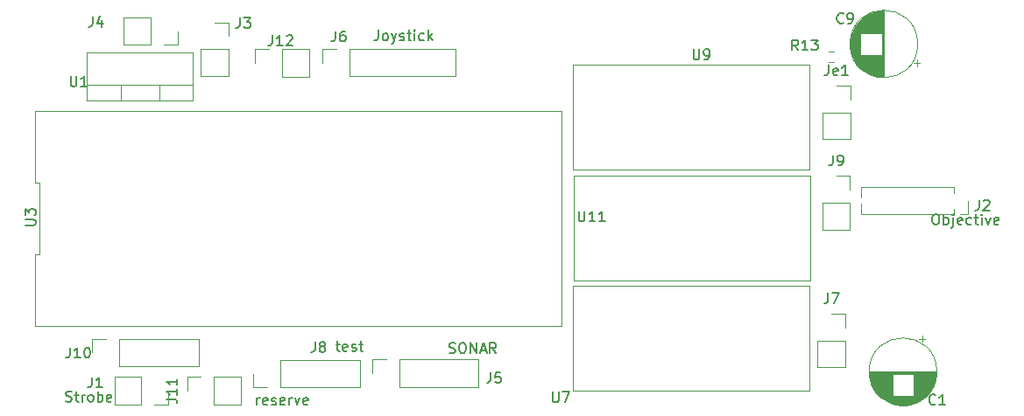
<source format=gbr>
%TF.GenerationSoftware,KiCad,Pcbnew,(6.0.2)*%
%TF.CreationDate,2023-02-11T22:38:16+03:00*%
%TF.ProjectId,Pistol_Camera_Driver,50697374-6f6c-45f4-9361-6d6572615f44,rev?*%
%TF.SameCoordinates,Original*%
%TF.FileFunction,Legend,Top*%
%TF.FilePolarity,Positive*%
%FSLAX46Y46*%
G04 Gerber Fmt 4.6, Leading zero omitted, Abs format (unit mm)*
G04 Created by KiCad (PCBNEW (6.0.2)) date 2023-02-11 22:38:16*
%MOMM*%
%LPD*%
G01*
G04 APERTURE LIST*
%ADD10C,0.150000*%
%ADD11C,0.120000*%
G04 APERTURE END LIST*
D10*
%TO.C,J11*%
X90832380Y-62109523D02*
X91546666Y-62109523D01*
X91689523Y-62157142D01*
X91784761Y-62252380D01*
X91832380Y-62395238D01*
X91832380Y-62490476D01*
X91832380Y-61109523D02*
X91832380Y-61680952D01*
X91832380Y-61395238D02*
X90832380Y-61395238D01*
X90975238Y-61490476D01*
X91070476Y-61585714D01*
X91118095Y-61680952D01*
X91832380Y-60157142D02*
X91832380Y-60728571D01*
X91832380Y-60442857D02*
X90832380Y-60442857D01*
X90975238Y-60538095D01*
X91070476Y-60633333D01*
X91118095Y-60728571D01*
X99547619Y-62652380D02*
X99547619Y-61985714D01*
X99547619Y-62176190D02*
X99595238Y-62080952D01*
X99642857Y-62033333D01*
X99738095Y-61985714D01*
X99833333Y-61985714D01*
X100547619Y-62604761D02*
X100452380Y-62652380D01*
X100261904Y-62652380D01*
X100166666Y-62604761D01*
X100119047Y-62509523D01*
X100119047Y-62128571D01*
X100166666Y-62033333D01*
X100261904Y-61985714D01*
X100452380Y-61985714D01*
X100547619Y-62033333D01*
X100595238Y-62128571D01*
X100595238Y-62223809D01*
X100119047Y-62319047D01*
X100976190Y-62604761D02*
X101071428Y-62652380D01*
X101261904Y-62652380D01*
X101357142Y-62604761D01*
X101404761Y-62509523D01*
X101404761Y-62461904D01*
X101357142Y-62366666D01*
X101261904Y-62319047D01*
X101119047Y-62319047D01*
X101023809Y-62271428D01*
X100976190Y-62176190D01*
X100976190Y-62128571D01*
X101023809Y-62033333D01*
X101119047Y-61985714D01*
X101261904Y-61985714D01*
X101357142Y-62033333D01*
X102214285Y-62604761D02*
X102119047Y-62652380D01*
X101928571Y-62652380D01*
X101833333Y-62604761D01*
X101785714Y-62509523D01*
X101785714Y-62128571D01*
X101833333Y-62033333D01*
X101928571Y-61985714D01*
X102119047Y-61985714D01*
X102214285Y-62033333D01*
X102261904Y-62128571D01*
X102261904Y-62223809D01*
X101785714Y-62319047D01*
X102690476Y-62652380D02*
X102690476Y-61985714D01*
X102690476Y-62176190D02*
X102738095Y-62080952D01*
X102785714Y-62033333D01*
X102880952Y-61985714D01*
X102976190Y-61985714D01*
X103214285Y-61985714D02*
X103452380Y-62652380D01*
X103690476Y-61985714D01*
X104452380Y-62604761D02*
X104357142Y-62652380D01*
X104166666Y-62652380D01*
X104071428Y-62604761D01*
X104023809Y-62509523D01*
X104023809Y-62128571D01*
X104071428Y-62033333D01*
X104166666Y-61985714D01*
X104357142Y-61985714D01*
X104452380Y-62033333D01*
X104500000Y-62128571D01*
X104500000Y-62223809D01*
X104023809Y-62319047D01*
%TO.C,J1*%
X83606666Y-59977380D02*
X83606666Y-60691666D01*
X83559047Y-60834523D01*
X83463809Y-60929761D01*
X83320952Y-60977380D01*
X83225714Y-60977380D01*
X84606666Y-60977380D02*
X84035238Y-60977380D01*
X84320952Y-60977380D02*
X84320952Y-59977380D01*
X84225714Y-60120238D01*
X84130476Y-60215476D01*
X84035238Y-60263095D01*
X81085714Y-62304761D02*
X81228571Y-62352380D01*
X81466666Y-62352380D01*
X81561904Y-62304761D01*
X81609523Y-62257142D01*
X81657142Y-62161904D01*
X81657142Y-62066666D01*
X81609523Y-61971428D01*
X81561904Y-61923809D01*
X81466666Y-61876190D01*
X81276190Y-61828571D01*
X81180952Y-61780952D01*
X81133333Y-61733333D01*
X81085714Y-61638095D01*
X81085714Y-61542857D01*
X81133333Y-61447619D01*
X81180952Y-61400000D01*
X81276190Y-61352380D01*
X81514285Y-61352380D01*
X81657142Y-61400000D01*
X81942857Y-61685714D02*
X82323809Y-61685714D01*
X82085714Y-61352380D02*
X82085714Y-62209523D01*
X82133333Y-62304761D01*
X82228571Y-62352380D01*
X82323809Y-62352380D01*
X82657142Y-62352380D02*
X82657142Y-61685714D01*
X82657142Y-61876190D02*
X82704761Y-61780952D01*
X82752380Y-61733333D01*
X82847619Y-61685714D01*
X82942857Y-61685714D01*
X83419047Y-62352380D02*
X83323809Y-62304761D01*
X83276190Y-62257142D01*
X83228571Y-62161904D01*
X83228571Y-61876190D01*
X83276190Y-61780952D01*
X83323809Y-61733333D01*
X83419047Y-61685714D01*
X83561904Y-61685714D01*
X83657142Y-61733333D01*
X83704761Y-61780952D01*
X83752380Y-61876190D01*
X83752380Y-62161904D01*
X83704761Y-62257142D01*
X83657142Y-62304761D01*
X83561904Y-62352380D01*
X83419047Y-62352380D01*
X84180952Y-62352380D02*
X84180952Y-61352380D01*
X84180952Y-61733333D02*
X84276190Y-61685714D01*
X84466666Y-61685714D01*
X84561904Y-61733333D01*
X84609523Y-61780952D01*
X84657142Y-61876190D01*
X84657142Y-62161904D01*
X84609523Y-62257142D01*
X84561904Y-62304761D01*
X84466666Y-62352380D01*
X84276190Y-62352380D01*
X84180952Y-62304761D01*
X85466666Y-62304761D02*
X85371428Y-62352380D01*
X85180952Y-62352380D01*
X85085714Y-62304761D01*
X85038095Y-62209523D01*
X85038095Y-61828571D01*
X85085714Y-61733333D01*
X85180952Y-61685714D01*
X85371428Y-61685714D01*
X85466666Y-61733333D01*
X85514285Y-61828571D01*
X85514285Y-61923809D01*
X85038095Y-62019047D01*
%TO.C,U11*%
X130661904Y-43902380D02*
X130661904Y-44711904D01*
X130709523Y-44807142D01*
X130757142Y-44854761D01*
X130852380Y-44902380D01*
X131042857Y-44902380D01*
X131138095Y-44854761D01*
X131185714Y-44807142D01*
X131233333Y-44711904D01*
X131233333Y-43902380D01*
X132233333Y-44902380D02*
X131661904Y-44902380D01*
X131947619Y-44902380D02*
X131947619Y-43902380D01*
X131852380Y-44045238D01*
X131757142Y-44140476D01*
X131661904Y-44188095D01*
X133185714Y-44902380D02*
X132614285Y-44902380D01*
X132900000Y-44902380D02*
X132900000Y-43902380D01*
X132804761Y-44045238D01*
X132709523Y-44140476D01*
X132614285Y-44188095D01*
%TO.C,J9*%
X155216666Y-38482380D02*
X155216666Y-39196666D01*
X155169047Y-39339523D01*
X155073809Y-39434761D01*
X154930952Y-39482380D01*
X154835714Y-39482380D01*
X155740476Y-39482380D02*
X155930952Y-39482380D01*
X156026190Y-39434761D01*
X156073809Y-39387142D01*
X156169047Y-39244285D01*
X156216666Y-39053809D01*
X156216666Y-38672857D01*
X156169047Y-38577619D01*
X156121428Y-38530000D01*
X156026190Y-38482380D01*
X155835714Y-38482380D01*
X155740476Y-38530000D01*
X155692857Y-38577619D01*
X155645238Y-38672857D01*
X155645238Y-38910952D01*
X155692857Y-39006190D01*
X155740476Y-39053809D01*
X155835714Y-39101428D01*
X156026190Y-39101428D01*
X156121428Y-39053809D01*
X156169047Y-39006190D01*
X156216666Y-38910952D01*
%TO.C,C1*%
X165133333Y-62557142D02*
X165085714Y-62604761D01*
X164942857Y-62652380D01*
X164847619Y-62652380D01*
X164704761Y-62604761D01*
X164609523Y-62509523D01*
X164561904Y-62414285D01*
X164514285Y-62223809D01*
X164514285Y-62080952D01*
X164561904Y-61890476D01*
X164609523Y-61795238D01*
X164704761Y-61700000D01*
X164847619Y-61652380D01*
X164942857Y-61652380D01*
X165085714Y-61700000D01*
X165133333Y-61747619D01*
X166085714Y-62652380D02*
X165514285Y-62652380D01*
X165800000Y-62652380D02*
X165800000Y-61652380D01*
X165704761Y-61795238D01*
X165609523Y-61890476D01*
X165514285Y-61938095D01*
%TO.C,C9*%
X156233333Y-25607142D02*
X156185714Y-25654761D01*
X156042857Y-25702380D01*
X155947619Y-25702380D01*
X155804761Y-25654761D01*
X155709523Y-25559523D01*
X155661904Y-25464285D01*
X155614285Y-25273809D01*
X155614285Y-25130952D01*
X155661904Y-24940476D01*
X155709523Y-24845238D01*
X155804761Y-24750000D01*
X155947619Y-24702380D01*
X156042857Y-24702380D01*
X156185714Y-24750000D01*
X156233333Y-24797619D01*
X156709523Y-25702380D02*
X156900000Y-25702380D01*
X156995238Y-25654761D01*
X157042857Y-25607142D01*
X157138095Y-25464285D01*
X157185714Y-25273809D01*
X157185714Y-24892857D01*
X157138095Y-24797619D01*
X157090476Y-24750000D01*
X156995238Y-24702380D01*
X156804761Y-24702380D01*
X156709523Y-24750000D01*
X156661904Y-24797619D01*
X156614285Y-24892857D01*
X156614285Y-25130952D01*
X156661904Y-25226190D01*
X156709523Y-25273809D01*
X156804761Y-25321428D01*
X156995238Y-25321428D01*
X157090476Y-25273809D01*
X157138095Y-25226190D01*
X157185714Y-25130952D01*
%TO.C,J3*%
X97916666Y-25152380D02*
X97916666Y-25866666D01*
X97869047Y-26009523D01*
X97773809Y-26104761D01*
X97630952Y-26152380D01*
X97535714Y-26152380D01*
X98297619Y-25152380D02*
X98916666Y-25152380D01*
X98583333Y-25533333D01*
X98726190Y-25533333D01*
X98821428Y-25580952D01*
X98869047Y-25628571D01*
X98916666Y-25723809D01*
X98916666Y-25961904D01*
X98869047Y-26057142D01*
X98821428Y-26104761D01*
X98726190Y-26152380D01*
X98440476Y-26152380D01*
X98345238Y-26104761D01*
X98297619Y-26057142D01*
%TO.C,J7*%
X154741666Y-51832380D02*
X154741666Y-52546666D01*
X154694047Y-52689523D01*
X154598809Y-52784761D01*
X154455952Y-52832380D01*
X154360714Y-52832380D01*
X155122619Y-51832380D02*
X155789285Y-51832380D01*
X155360714Y-52832380D01*
%TO.C,U1*%
X81538095Y-30802380D02*
X81538095Y-31611904D01*
X81585714Y-31707142D01*
X81633333Y-31754761D01*
X81728571Y-31802380D01*
X81919047Y-31802380D01*
X82014285Y-31754761D01*
X82061904Y-31707142D01*
X82109523Y-31611904D01*
X82109523Y-30802380D01*
X83109523Y-31802380D02*
X82538095Y-31802380D01*
X82823809Y-31802380D02*
X82823809Y-30802380D01*
X82728571Y-30945238D01*
X82633333Y-31040476D01*
X82538095Y-31088095D01*
%TO.C,U3*%
X77152380Y-45261904D02*
X77961904Y-45261904D01*
X78057142Y-45214285D01*
X78104761Y-45166666D01*
X78152380Y-45071428D01*
X78152380Y-44880952D01*
X78104761Y-44785714D01*
X78057142Y-44738095D01*
X77961904Y-44690476D01*
X77152380Y-44690476D01*
X77152380Y-44309523D02*
X77152380Y-43690476D01*
X77533333Y-44023809D01*
X77533333Y-43880952D01*
X77580952Y-43785714D01*
X77628571Y-43738095D01*
X77723809Y-43690476D01*
X77961904Y-43690476D01*
X78057142Y-43738095D01*
X78104761Y-43785714D01*
X78152380Y-43880952D01*
X78152380Y-44166666D01*
X78104761Y-44261904D01*
X78057142Y-44309523D01*
%TO.C,J4*%
X83666666Y-25052380D02*
X83666666Y-25766666D01*
X83619047Y-25909523D01*
X83523809Y-26004761D01*
X83380952Y-26052380D01*
X83285714Y-26052380D01*
X84571428Y-25385714D02*
X84571428Y-26052380D01*
X84333333Y-25004761D02*
X84095238Y-25719047D01*
X84714285Y-25719047D01*
%TO.C,J5*%
X122136666Y-59527380D02*
X122136666Y-60241666D01*
X122089047Y-60384523D01*
X121993809Y-60479761D01*
X121850952Y-60527380D01*
X121755714Y-60527380D01*
X123089047Y-59527380D02*
X122612857Y-59527380D01*
X122565238Y-60003571D01*
X122612857Y-59955952D01*
X122708095Y-59908333D01*
X122946190Y-59908333D01*
X123041428Y-59955952D01*
X123089047Y-60003571D01*
X123136666Y-60098809D01*
X123136666Y-60336904D01*
X123089047Y-60432142D01*
X123041428Y-60479761D01*
X122946190Y-60527380D01*
X122708095Y-60527380D01*
X122612857Y-60479761D01*
X122565238Y-60432142D01*
X118138095Y-57604761D02*
X118280952Y-57652380D01*
X118519047Y-57652380D01*
X118614285Y-57604761D01*
X118661904Y-57557142D01*
X118709523Y-57461904D01*
X118709523Y-57366666D01*
X118661904Y-57271428D01*
X118614285Y-57223809D01*
X118519047Y-57176190D01*
X118328571Y-57128571D01*
X118233333Y-57080952D01*
X118185714Y-57033333D01*
X118138095Y-56938095D01*
X118138095Y-56842857D01*
X118185714Y-56747619D01*
X118233333Y-56700000D01*
X118328571Y-56652380D01*
X118566666Y-56652380D01*
X118709523Y-56700000D01*
X119328571Y-56652380D02*
X119519047Y-56652380D01*
X119614285Y-56700000D01*
X119709523Y-56795238D01*
X119757142Y-56985714D01*
X119757142Y-57319047D01*
X119709523Y-57509523D01*
X119614285Y-57604761D01*
X119519047Y-57652380D01*
X119328571Y-57652380D01*
X119233333Y-57604761D01*
X119138095Y-57509523D01*
X119090476Y-57319047D01*
X119090476Y-56985714D01*
X119138095Y-56795238D01*
X119233333Y-56700000D01*
X119328571Y-56652380D01*
X120185714Y-57652380D02*
X120185714Y-56652380D01*
X120757142Y-57652380D01*
X120757142Y-56652380D01*
X121185714Y-57366666D02*
X121661904Y-57366666D01*
X121090476Y-57652380D02*
X121423809Y-56652380D01*
X121757142Y-57652380D01*
X122661904Y-57652380D02*
X122328571Y-57176190D01*
X122090476Y-57652380D02*
X122090476Y-56652380D01*
X122471428Y-56652380D01*
X122566666Y-56700000D01*
X122614285Y-56747619D01*
X122661904Y-56842857D01*
X122661904Y-56985714D01*
X122614285Y-57080952D01*
X122566666Y-57128571D01*
X122471428Y-57176190D01*
X122090476Y-57176190D01*
%TO.C,Je1*%
X154813095Y-29732380D02*
X154813095Y-30446666D01*
X154765476Y-30589523D01*
X154670238Y-30684761D01*
X154527380Y-30732380D01*
X154432142Y-30732380D01*
X155670238Y-30684761D02*
X155575000Y-30732380D01*
X155384523Y-30732380D01*
X155289285Y-30684761D01*
X155241666Y-30589523D01*
X155241666Y-30208571D01*
X155289285Y-30113333D01*
X155384523Y-30065714D01*
X155575000Y-30065714D01*
X155670238Y-30113333D01*
X155717857Y-30208571D01*
X155717857Y-30303809D01*
X155241666Y-30399047D01*
X156670238Y-30732380D02*
X156098809Y-30732380D01*
X156384523Y-30732380D02*
X156384523Y-29732380D01*
X156289285Y-29875238D01*
X156194047Y-29970476D01*
X156098809Y-30018095D01*
%TO.C,U9*%
X141738095Y-28202380D02*
X141738095Y-29011904D01*
X141785714Y-29107142D01*
X141833333Y-29154761D01*
X141928571Y-29202380D01*
X142119047Y-29202380D01*
X142214285Y-29154761D01*
X142261904Y-29107142D01*
X142309523Y-29011904D01*
X142309523Y-28202380D01*
X142833333Y-29202380D02*
X143023809Y-29202380D01*
X143119047Y-29154761D01*
X143166666Y-29107142D01*
X143261904Y-28964285D01*
X143309523Y-28773809D01*
X143309523Y-28392857D01*
X143261904Y-28297619D01*
X143214285Y-28250000D01*
X143119047Y-28202380D01*
X142928571Y-28202380D01*
X142833333Y-28250000D01*
X142785714Y-28297619D01*
X142738095Y-28392857D01*
X142738095Y-28630952D01*
X142785714Y-28726190D01*
X142833333Y-28773809D01*
X142928571Y-28821428D01*
X143119047Y-28821428D01*
X143214285Y-28773809D01*
X143261904Y-28726190D01*
X143309523Y-28630952D01*
%TO.C,U7*%
X128138095Y-61402380D02*
X128138095Y-62211904D01*
X128185714Y-62307142D01*
X128233333Y-62354761D01*
X128328571Y-62402380D01*
X128519047Y-62402380D01*
X128614285Y-62354761D01*
X128661904Y-62307142D01*
X128709523Y-62211904D01*
X128709523Y-61402380D01*
X129090476Y-61402380D02*
X129757142Y-61402380D01*
X129328571Y-62402380D01*
%TO.C,R13*%
X151857142Y-28302380D02*
X151523809Y-27826190D01*
X151285714Y-28302380D02*
X151285714Y-27302380D01*
X151666666Y-27302380D01*
X151761904Y-27350000D01*
X151809523Y-27397619D01*
X151857142Y-27492857D01*
X151857142Y-27635714D01*
X151809523Y-27730952D01*
X151761904Y-27778571D01*
X151666666Y-27826190D01*
X151285714Y-27826190D01*
X152809523Y-28302380D02*
X152238095Y-28302380D01*
X152523809Y-28302380D02*
X152523809Y-27302380D01*
X152428571Y-27445238D01*
X152333333Y-27540476D01*
X152238095Y-27588095D01*
X153142857Y-27302380D02*
X153761904Y-27302380D01*
X153428571Y-27683333D01*
X153571428Y-27683333D01*
X153666666Y-27730952D01*
X153714285Y-27778571D01*
X153761904Y-27873809D01*
X153761904Y-28111904D01*
X153714285Y-28207142D01*
X153666666Y-28254761D01*
X153571428Y-28302380D01*
X153285714Y-28302380D01*
X153190476Y-28254761D01*
X153142857Y-28207142D01*
%TO.C,J12*%
X101040476Y-26852380D02*
X101040476Y-27566666D01*
X100992857Y-27709523D01*
X100897619Y-27804761D01*
X100754761Y-27852380D01*
X100659523Y-27852380D01*
X102040476Y-27852380D02*
X101469047Y-27852380D01*
X101754761Y-27852380D02*
X101754761Y-26852380D01*
X101659523Y-26995238D01*
X101564285Y-27090476D01*
X101469047Y-27138095D01*
X102421428Y-26947619D02*
X102469047Y-26900000D01*
X102564285Y-26852380D01*
X102802380Y-26852380D01*
X102897619Y-26900000D01*
X102945238Y-26947619D01*
X102992857Y-27042857D01*
X102992857Y-27138095D01*
X102945238Y-27280952D01*
X102373809Y-27852380D01*
X102992857Y-27852380D01*
%TO.C,J8*%
X105166666Y-56552380D02*
X105166666Y-57266666D01*
X105119047Y-57409523D01*
X105023809Y-57504761D01*
X104880952Y-57552380D01*
X104785714Y-57552380D01*
X105785714Y-56980952D02*
X105690476Y-56933333D01*
X105642857Y-56885714D01*
X105595238Y-56790476D01*
X105595238Y-56742857D01*
X105642857Y-56647619D01*
X105690476Y-56600000D01*
X105785714Y-56552380D01*
X105976190Y-56552380D01*
X106071428Y-56600000D01*
X106119047Y-56647619D01*
X106166666Y-56742857D01*
X106166666Y-56790476D01*
X106119047Y-56885714D01*
X106071428Y-56933333D01*
X105976190Y-56980952D01*
X105785714Y-56980952D01*
X105690476Y-57028571D01*
X105642857Y-57076190D01*
X105595238Y-57171428D01*
X105595238Y-57361904D01*
X105642857Y-57457142D01*
X105690476Y-57504761D01*
X105785714Y-57552380D01*
X105976190Y-57552380D01*
X106071428Y-57504761D01*
X106119047Y-57457142D01*
X106166666Y-57361904D01*
X106166666Y-57171428D01*
X106119047Y-57076190D01*
X106071428Y-57028571D01*
X105976190Y-56980952D01*
X107190476Y-56785714D02*
X107571428Y-56785714D01*
X107333333Y-56452380D02*
X107333333Y-57309523D01*
X107380952Y-57404761D01*
X107476190Y-57452380D01*
X107571428Y-57452380D01*
X108285714Y-57404761D02*
X108190476Y-57452380D01*
X108000000Y-57452380D01*
X107904761Y-57404761D01*
X107857142Y-57309523D01*
X107857142Y-56928571D01*
X107904761Y-56833333D01*
X108000000Y-56785714D01*
X108190476Y-56785714D01*
X108285714Y-56833333D01*
X108333333Y-56928571D01*
X108333333Y-57023809D01*
X107857142Y-57119047D01*
X108714285Y-57404761D02*
X108809523Y-57452380D01*
X109000000Y-57452380D01*
X109095238Y-57404761D01*
X109142857Y-57309523D01*
X109142857Y-57261904D01*
X109095238Y-57166666D01*
X109000000Y-57119047D01*
X108857142Y-57119047D01*
X108761904Y-57071428D01*
X108714285Y-56976190D01*
X108714285Y-56928571D01*
X108761904Y-56833333D01*
X108857142Y-56785714D01*
X109000000Y-56785714D01*
X109095238Y-56833333D01*
X109428571Y-56785714D02*
X109809523Y-56785714D01*
X109571428Y-56452380D02*
X109571428Y-57309523D01*
X109619047Y-57404761D01*
X109714285Y-57452380D01*
X109809523Y-57452380D01*
%TO.C,J2*%
X169366666Y-42802380D02*
X169366666Y-43516666D01*
X169319047Y-43659523D01*
X169223809Y-43754761D01*
X169080952Y-43802380D01*
X168985714Y-43802380D01*
X169795238Y-42897619D02*
X169842857Y-42850000D01*
X169938095Y-42802380D01*
X170176190Y-42802380D01*
X170271428Y-42850000D01*
X170319047Y-42897619D01*
X170366666Y-42992857D01*
X170366666Y-43088095D01*
X170319047Y-43230952D01*
X169747619Y-43802380D01*
X170366666Y-43802380D01*
X165073809Y-44202380D02*
X165264285Y-44202380D01*
X165359523Y-44250000D01*
X165454761Y-44345238D01*
X165502380Y-44535714D01*
X165502380Y-44869047D01*
X165454761Y-45059523D01*
X165359523Y-45154761D01*
X165264285Y-45202380D01*
X165073809Y-45202380D01*
X164978571Y-45154761D01*
X164883333Y-45059523D01*
X164835714Y-44869047D01*
X164835714Y-44535714D01*
X164883333Y-44345238D01*
X164978571Y-44250000D01*
X165073809Y-44202380D01*
X165930952Y-45202380D02*
X165930952Y-44202380D01*
X165930952Y-44583333D02*
X166026190Y-44535714D01*
X166216666Y-44535714D01*
X166311904Y-44583333D01*
X166359523Y-44630952D01*
X166407142Y-44726190D01*
X166407142Y-45011904D01*
X166359523Y-45107142D01*
X166311904Y-45154761D01*
X166216666Y-45202380D01*
X166026190Y-45202380D01*
X165930952Y-45154761D01*
X166835714Y-44535714D02*
X166835714Y-45392857D01*
X166788095Y-45488095D01*
X166692857Y-45535714D01*
X166645238Y-45535714D01*
X166835714Y-44202380D02*
X166788095Y-44250000D01*
X166835714Y-44297619D01*
X166883333Y-44250000D01*
X166835714Y-44202380D01*
X166835714Y-44297619D01*
X167692857Y-45154761D02*
X167597619Y-45202380D01*
X167407142Y-45202380D01*
X167311904Y-45154761D01*
X167264285Y-45059523D01*
X167264285Y-44678571D01*
X167311904Y-44583333D01*
X167407142Y-44535714D01*
X167597619Y-44535714D01*
X167692857Y-44583333D01*
X167740476Y-44678571D01*
X167740476Y-44773809D01*
X167264285Y-44869047D01*
X168597619Y-45154761D02*
X168502380Y-45202380D01*
X168311904Y-45202380D01*
X168216666Y-45154761D01*
X168169047Y-45107142D01*
X168121428Y-45011904D01*
X168121428Y-44726190D01*
X168169047Y-44630952D01*
X168216666Y-44583333D01*
X168311904Y-44535714D01*
X168502380Y-44535714D01*
X168597619Y-44583333D01*
X168883333Y-44535714D02*
X169264285Y-44535714D01*
X169026190Y-44202380D02*
X169026190Y-45059523D01*
X169073809Y-45154761D01*
X169169047Y-45202380D01*
X169264285Y-45202380D01*
X169597619Y-45202380D02*
X169597619Y-44535714D01*
X169597619Y-44202380D02*
X169550000Y-44250000D01*
X169597619Y-44297619D01*
X169645238Y-44250000D01*
X169597619Y-44202380D01*
X169597619Y-44297619D01*
X169978571Y-44535714D02*
X170216666Y-45202380D01*
X170454761Y-44535714D01*
X171216666Y-45154761D02*
X171121428Y-45202380D01*
X170930952Y-45202380D01*
X170835714Y-45154761D01*
X170788095Y-45059523D01*
X170788095Y-44678571D01*
X170835714Y-44583333D01*
X170930952Y-44535714D01*
X171121428Y-44535714D01*
X171216666Y-44583333D01*
X171264285Y-44678571D01*
X171264285Y-44773809D01*
X170788095Y-44869047D01*
%TO.C,J10*%
X81490476Y-57102380D02*
X81490476Y-57816666D01*
X81442857Y-57959523D01*
X81347619Y-58054761D01*
X81204761Y-58102380D01*
X81109523Y-58102380D01*
X82490476Y-58102380D02*
X81919047Y-58102380D01*
X82204761Y-58102380D02*
X82204761Y-57102380D01*
X82109523Y-57245238D01*
X82014285Y-57340476D01*
X81919047Y-57388095D01*
X83109523Y-57102380D02*
X83204761Y-57102380D01*
X83300000Y-57150000D01*
X83347619Y-57197619D01*
X83395238Y-57292857D01*
X83442857Y-57483333D01*
X83442857Y-57721428D01*
X83395238Y-57911904D01*
X83347619Y-58007142D01*
X83300000Y-58054761D01*
X83204761Y-58102380D01*
X83109523Y-58102380D01*
X83014285Y-58054761D01*
X82966666Y-58007142D01*
X82919047Y-57911904D01*
X82871428Y-57721428D01*
X82871428Y-57483333D01*
X82919047Y-57292857D01*
X82966666Y-57197619D01*
X83014285Y-57150000D01*
X83109523Y-57102380D01*
%TO.C,J6*%
X107136666Y-26452380D02*
X107136666Y-27166666D01*
X107089047Y-27309523D01*
X106993809Y-27404761D01*
X106850952Y-27452380D01*
X106755714Y-27452380D01*
X108041428Y-26452380D02*
X107850952Y-26452380D01*
X107755714Y-26500000D01*
X107708095Y-26547619D01*
X107612857Y-26690476D01*
X107565238Y-26880952D01*
X107565238Y-27261904D01*
X107612857Y-27357142D01*
X107660476Y-27404761D01*
X107755714Y-27452380D01*
X107946190Y-27452380D01*
X108041428Y-27404761D01*
X108089047Y-27357142D01*
X108136666Y-27261904D01*
X108136666Y-27023809D01*
X108089047Y-26928571D01*
X108041428Y-26880952D01*
X107946190Y-26833333D01*
X107755714Y-26833333D01*
X107660476Y-26880952D01*
X107612857Y-26928571D01*
X107565238Y-27023809D01*
X111267619Y-26352380D02*
X111267619Y-27066666D01*
X111220000Y-27209523D01*
X111124761Y-27304761D01*
X110981904Y-27352380D01*
X110886666Y-27352380D01*
X111886666Y-27352380D02*
X111791428Y-27304761D01*
X111743809Y-27257142D01*
X111696190Y-27161904D01*
X111696190Y-26876190D01*
X111743809Y-26780952D01*
X111791428Y-26733333D01*
X111886666Y-26685714D01*
X112029523Y-26685714D01*
X112124761Y-26733333D01*
X112172380Y-26780952D01*
X112220000Y-26876190D01*
X112220000Y-27161904D01*
X112172380Y-27257142D01*
X112124761Y-27304761D01*
X112029523Y-27352380D01*
X111886666Y-27352380D01*
X112553333Y-26685714D02*
X112791428Y-27352380D01*
X113029523Y-26685714D02*
X112791428Y-27352380D01*
X112696190Y-27590476D01*
X112648571Y-27638095D01*
X112553333Y-27685714D01*
X113362857Y-27304761D02*
X113458095Y-27352380D01*
X113648571Y-27352380D01*
X113743809Y-27304761D01*
X113791428Y-27209523D01*
X113791428Y-27161904D01*
X113743809Y-27066666D01*
X113648571Y-27019047D01*
X113505714Y-27019047D01*
X113410476Y-26971428D01*
X113362857Y-26876190D01*
X113362857Y-26828571D01*
X113410476Y-26733333D01*
X113505714Y-26685714D01*
X113648571Y-26685714D01*
X113743809Y-26733333D01*
X114077142Y-26685714D02*
X114458095Y-26685714D01*
X114220000Y-26352380D02*
X114220000Y-27209523D01*
X114267619Y-27304761D01*
X114362857Y-27352380D01*
X114458095Y-27352380D01*
X114791428Y-27352380D02*
X114791428Y-26685714D01*
X114791428Y-26352380D02*
X114743809Y-26400000D01*
X114791428Y-26447619D01*
X114839047Y-26400000D01*
X114791428Y-26352380D01*
X114791428Y-26447619D01*
X115696190Y-27304761D02*
X115600952Y-27352380D01*
X115410476Y-27352380D01*
X115315238Y-27304761D01*
X115267619Y-27257142D01*
X115220000Y-27161904D01*
X115220000Y-26876190D01*
X115267619Y-26780952D01*
X115315238Y-26733333D01*
X115410476Y-26685714D01*
X115600952Y-26685714D01*
X115696190Y-26733333D01*
X116124761Y-27352380D02*
X116124761Y-26352380D01*
X116220000Y-26971428D02*
X116505714Y-27352380D01*
X116505714Y-26685714D02*
X116124761Y-27066666D01*
D11*
%TO.C,J11*%
X95420000Y-59970000D02*
X98020000Y-59970000D01*
X92820000Y-59970000D02*
X94150000Y-59970000D01*
X95420000Y-62630000D02*
X95420000Y-59970000D01*
X95420000Y-62630000D02*
X98020000Y-62630000D01*
X98020000Y-62630000D02*
X98020000Y-59970000D01*
X92820000Y-61300000D02*
X92820000Y-59970000D01*
%TO.C,J1*%
X85770000Y-59970000D02*
X85770000Y-62630000D01*
X88370000Y-62630000D02*
X85770000Y-62630000D01*
X88370000Y-59970000D02*
X88370000Y-62630000D01*
X88370000Y-59970000D02*
X85770000Y-59970000D01*
X90970000Y-61300000D02*
X90970000Y-62630000D01*
X90970000Y-62630000D02*
X89640000Y-62630000D01*
%TO.C,U11*%
X130160000Y-40430000D02*
X153020000Y-40430000D01*
X153020000Y-40430000D02*
X153020000Y-50590000D01*
X153020000Y-50590000D02*
X130160000Y-50590000D01*
X130160000Y-50590000D02*
X130160000Y-40430000D01*
%TO.C,J9*%
X155550000Y-40470000D02*
X156880000Y-40470000D01*
X154220000Y-45670000D02*
X156880000Y-45670000D01*
X156880000Y-40470000D02*
X156880000Y-41800000D01*
X154220000Y-43070000D02*
X156880000Y-43070000D01*
X154220000Y-43070000D02*
X154220000Y-45670000D01*
X156880000Y-43070000D02*
X156880000Y-45670000D01*
%TO.C,C1*%
X160960000Y-61051000D02*
X159188000Y-61051000D01*
X164305000Y-61731000D02*
X163040000Y-61731000D01*
X164265000Y-61771000D02*
X159735000Y-61771000D01*
X160960000Y-61691000D02*
X159657000Y-61691000D01*
X160960000Y-61251000D02*
X159310000Y-61251000D01*
X165230000Y-59450000D02*
X158770000Y-59450000D01*
X165047000Y-60531000D02*
X163040000Y-60531000D01*
X163776000Y-62171000D02*
X160224000Y-62171000D01*
X165167000Y-60090000D02*
X163040000Y-60090000D01*
X160960000Y-61611000D02*
X159584000Y-61611000D01*
X160960000Y-61491000D02*
X159484000Y-61491000D01*
X160960000Y-60731000D02*
X159030000Y-60731000D01*
X162402000Y-62691000D02*
X161598000Y-62691000D01*
X160960000Y-61091000D02*
X159210000Y-61091000D01*
X164137000Y-61891000D02*
X159863000Y-61891000D01*
X160960000Y-61571000D02*
X159550000Y-61571000D01*
X164690000Y-61251000D02*
X163040000Y-61251000D01*
X160960000Y-60691000D02*
X159014000Y-60691000D01*
X160960000Y-59970000D02*
X158811000Y-59970000D01*
X163350000Y-62411000D02*
X160650000Y-62411000D01*
X162940000Y-62571000D02*
X161060000Y-62571000D01*
X164224000Y-61811000D02*
X159776000Y-61811000D01*
X165230000Y-59530000D02*
X158770000Y-59530000D01*
X160960000Y-61331000D02*
X159364000Y-61331000D01*
X164636000Y-61331000D02*
X163040000Y-61331000D01*
X160960000Y-60451000D02*
X158926000Y-60451000D01*
X164916000Y-60851000D02*
X163040000Y-60851000D01*
X160960000Y-60371000D02*
X158902000Y-60371000D01*
X164766000Y-61131000D02*
X163040000Y-61131000D01*
X160960000Y-61731000D02*
X159695000Y-61731000D01*
X160960000Y-60851000D02*
X159084000Y-60851000D01*
X165074000Y-60451000D02*
X163040000Y-60451000D01*
X163509000Y-62331000D02*
X160491000Y-62331000D01*
X165131000Y-60251000D02*
X163040000Y-60251000D01*
X163890000Y-62091000D02*
X160110000Y-62091000D01*
X164812000Y-61051000D02*
X163040000Y-61051000D01*
X163059000Y-62531000D02*
X160941000Y-62531000D01*
X160960000Y-61291000D02*
X159336000Y-61291000D01*
X163262000Y-62451000D02*
X160738000Y-62451000D01*
X165098000Y-60371000D02*
X163040000Y-60371000D01*
X165086000Y-60411000D02*
X163040000Y-60411000D01*
X163839000Y-55949759D02*
X163839000Y-56579759D01*
X164548000Y-61451000D02*
X163040000Y-61451000D01*
X164380000Y-61651000D02*
X163040000Y-61651000D01*
X165150000Y-60171000D02*
X163040000Y-60171000D01*
X165175000Y-60050000D02*
X163040000Y-60050000D01*
X160960000Y-60971000D02*
X159144000Y-60971000D01*
X164578000Y-61411000D02*
X163040000Y-61411000D01*
X164516000Y-61491000D02*
X163040000Y-61491000D01*
X164182000Y-61851000D02*
X159818000Y-61851000D01*
X160960000Y-61131000D02*
X159234000Y-61131000D01*
X164484000Y-61531000D02*
X163040000Y-61531000D01*
X160960000Y-59730000D02*
X158782000Y-59730000D01*
X160960000Y-61451000D02*
X159452000Y-61451000D01*
X165222000Y-59690000D02*
X163040000Y-59690000D01*
X160960000Y-61531000D02*
X159516000Y-61531000D01*
X165061000Y-60491000D02*
X163040000Y-60491000D01*
X160960000Y-60090000D02*
X158833000Y-60090000D01*
X165227000Y-59610000D02*
X158773000Y-59610000D01*
X160960000Y-60291000D02*
X158879000Y-60291000D01*
X164934000Y-60811000D02*
X163040000Y-60811000D01*
X164343000Y-61691000D02*
X163040000Y-61691000D01*
X165211000Y-59810000D02*
X163040000Y-59810000D01*
X160960000Y-60811000D02*
X159066000Y-60811000D01*
X160960000Y-60171000D02*
X158850000Y-60171000D01*
X165224000Y-59650000D02*
X158776000Y-59650000D01*
X163714000Y-62211000D02*
X160286000Y-62211000D01*
X160960000Y-61011000D02*
X159166000Y-61011000D01*
X163432000Y-62371000D02*
X160568000Y-62371000D01*
X164716000Y-61211000D02*
X163040000Y-61211000D01*
X164896000Y-60891000D02*
X163040000Y-60891000D01*
X163650000Y-62251000D02*
X160350000Y-62251000D01*
X160960000Y-60611000D02*
X158982000Y-60611000D01*
X160960000Y-61411000D02*
X159422000Y-61411000D01*
X160960000Y-61371000D02*
X159393000Y-61371000D01*
X160960000Y-61211000D02*
X159284000Y-61211000D01*
X162802000Y-62611000D02*
X161198000Y-62611000D01*
X164834000Y-61011000D02*
X163040000Y-61011000D01*
X165201000Y-59890000D02*
X163040000Y-59890000D01*
X160960000Y-60491000D02*
X158939000Y-60491000D01*
X160960000Y-60891000D02*
X159104000Y-60891000D01*
X164742000Y-61171000D02*
X163040000Y-61171000D01*
X165033000Y-60571000D02*
X163040000Y-60571000D01*
X160960000Y-59850000D02*
X158794000Y-59850000D01*
X163581000Y-62291000D02*
X160419000Y-62291000D01*
X163834000Y-62131000D02*
X160166000Y-62131000D01*
X165195000Y-59930000D02*
X163040000Y-59930000D01*
X164416000Y-61611000D02*
X163040000Y-61611000D01*
X164044000Y-61971000D02*
X159956000Y-61971000D01*
X160960000Y-61651000D02*
X159620000Y-61651000D01*
X165206000Y-59850000D02*
X163040000Y-59850000D01*
X165215000Y-59770000D02*
X163040000Y-59770000D01*
X165018000Y-60611000D02*
X163040000Y-60611000D01*
X164664000Y-61291000D02*
X163040000Y-61291000D01*
X160960000Y-60771000D02*
X159048000Y-60771000D01*
X165002000Y-60651000D02*
X163040000Y-60651000D01*
X164450000Y-61571000D02*
X163040000Y-61571000D01*
X164154000Y-56264759D02*
X163524000Y-56264759D01*
X164092000Y-61931000D02*
X159908000Y-61931000D01*
X160960000Y-60211000D02*
X158859000Y-60211000D01*
X160960000Y-60331000D02*
X158890000Y-60331000D01*
X165110000Y-60331000D02*
X163040000Y-60331000D01*
X160960000Y-59770000D02*
X158785000Y-59770000D01*
X160960000Y-60651000D02*
X158998000Y-60651000D01*
X164856000Y-60971000D02*
X163040000Y-60971000D01*
X160960000Y-60251000D02*
X158869000Y-60251000D01*
X160960000Y-60931000D02*
X159124000Y-60931000D01*
X163944000Y-62051000D02*
X160056000Y-62051000D01*
X160960000Y-60130000D02*
X158841000Y-60130000D01*
X165218000Y-59730000D02*
X163040000Y-59730000D01*
X160960000Y-60010000D02*
X158818000Y-60010000D01*
X165159000Y-60130000D02*
X163040000Y-60130000D01*
X165228000Y-59570000D02*
X158772000Y-59570000D01*
X160960000Y-59810000D02*
X158789000Y-59810000D01*
X165141000Y-60211000D02*
X163040000Y-60211000D01*
X163165000Y-62491000D02*
X160835000Y-62491000D01*
X164790000Y-61091000D02*
X163040000Y-61091000D01*
X160960000Y-59930000D02*
X158805000Y-59930000D01*
X164607000Y-61371000D02*
X163040000Y-61371000D01*
X160960000Y-60050000D02*
X158825000Y-60050000D01*
X164952000Y-60771000D02*
X163040000Y-60771000D01*
X164986000Y-60691000D02*
X163040000Y-60691000D01*
X160960000Y-60571000D02*
X158967000Y-60571000D01*
X160960000Y-60411000D02*
X158914000Y-60411000D01*
X165189000Y-59970000D02*
X163040000Y-59970000D01*
X160960000Y-60531000D02*
X158953000Y-60531000D01*
X160960000Y-61171000D02*
X159258000Y-61171000D01*
X163995000Y-62011000D02*
X160005000Y-62011000D01*
X160960000Y-59690000D02*
X158778000Y-59690000D01*
X164876000Y-60931000D02*
X163040000Y-60931000D01*
X162633000Y-62651000D02*
X161367000Y-62651000D01*
X165230000Y-59490000D02*
X158770000Y-59490000D01*
X164970000Y-60731000D02*
X163040000Y-60731000D01*
X165182000Y-60010000D02*
X163040000Y-60010000D01*
X165121000Y-60291000D02*
X163040000Y-60291000D01*
X160960000Y-59890000D02*
X158799000Y-59890000D01*
X165270000Y-59450000D02*
G75*
G03*
X165270000Y-59450000I-3270000J0D01*
G01*
%TO.C,C9*%
X158229000Y-30307000D02*
X158229000Y-28740000D01*
X156949000Y-28333000D02*
X156949000Y-27067000D01*
X158189000Y-30278000D02*
X158189000Y-28740000D01*
X159510000Y-30867000D02*
X159510000Y-28740000D01*
X157029000Y-28640000D02*
X157029000Y-26760000D01*
X159429000Y-26660000D02*
X159429000Y-24550000D01*
X158549000Y-26660000D02*
X158549000Y-24888000D01*
X158629000Y-30556000D02*
X158629000Y-28740000D01*
X159790000Y-26660000D02*
X159790000Y-24489000D01*
X159309000Y-26660000D02*
X159309000Y-24579000D01*
X157909000Y-30043000D02*
X157909000Y-28740000D01*
X158869000Y-30670000D02*
X158869000Y-28740000D01*
X157709000Y-29837000D02*
X157709000Y-25563000D01*
X157109000Y-28865000D02*
X157109000Y-26535000D01*
X158869000Y-26660000D02*
X158869000Y-24730000D01*
X157949000Y-30080000D02*
X157949000Y-28740000D01*
X158389000Y-26660000D02*
X158389000Y-24984000D01*
X158749000Y-30616000D02*
X158749000Y-28740000D01*
X158909000Y-26660000D02*
X158909000Y-24714000D01*
X158069000Y-30184000D02*
X158069000Y-28740000D01*
X159830000Y-30915000D02*
X159830000Y-28740000D01*
X157549000Y-29644000D02*
X157549000Y-25756000D01*
X158669000Y-30576000D02*
X158669000Y-28740000D01*
X159870000Y-30918000D02*
X159870000Y-28740000D01*
X159670000Y-30895000D02*
X159670000Y-28740000D01*
X157509000Y-29590000D02*
X157509000Y-25810000D01*
X159510000Y-26660000D02*
X159510000Y-24533000D01*
X158789000Y-26660000D02*
X158789000Y-24766000D01*
X159109000Y-26660000D02*
X159109000Y-24639000D01*
X159910000Y-26660000D02*
X159910000Y-24478000D01*
X158829000Y-26660000D02*
X158829000Y-24748000D01*
X157669000Y-29792000D02*
X157669000Y-25608000D01*
X159069000Y-26660000D02*
X159069000Y-24653000D01*
X159149000Y-30774000D02*
X159149000Y-28740000D01*
X159069000Y-30747000D02*
X159069000Y-28740000D01*
X158909000Y-30686000D02*
X158909000Y-28740000D01*
X158149000Y-30248000D02*
X158149000Y-28740000D01*
X157189000Y-29050000D02*
X157189000Y-26350000D01*
X159590000Y-26660000D02*
X159590000Y-24518000D01*
X159189000Y-26660000D02*
X159189000Y-24614000D01*
X158269000Y-30336000D02*
X158269000Y-28740000D01*
X157909000Y-26660000D02*
X157909000Y-25357000D01*
X159429000Y-30850000D02*
X159429000Y-28740000D01*
X158069000Y-26660000D02*
X158069000Y-25216000D01*
X159470000Y-26660000D02*
X159470000Y-24541000D01*
X157469000Y-29534000D02*
X157469000Y-25866000D01*
X158309000Y-30364000D02*
X158309000Y-28740000D01*
X158669000Y-26660000D02*
X158669000Y-24824000D01*
X158629000Y-26660000D02*
X158629000Y-24844000D01*
X156989000Y-28502000D02*
X156989000Y-26898000D01*
X157429000Y-29476000D02*
X157429000Y-25924000D01*
X158029000Y-30150000D02*
X158029000Y-28740000D01*
X158149000Y-26660000D02*
X158149000Y-25152000D01*
X157989000Y-26660000D02*
X157989000Y-25284000D01*
X158429000Y-30442000D02*
X158429000Y-28740000D01*
X159389000Y-30841000D02*
X159389000Y-28740000D01*
X159790000Y-30911000D02*
X159790000Y-28740000D01*
X159149000Y-26660000D02*
X159149000Y-24626000D01*
X158349000Y-26660000D02*
X158349000Y-25010000D01*
X158189000Y-26660000D02*
X158189000Y-25122000D01*
X158429000Y-26660000D02*
X158429000Y-24958000D01*
X158749000Y-26660000D02*
X158749000Y-24784000D01*
X159309000Y-30821000D02*
X159309000Y-28740000D01*
X158229000Y-26660000D02*
X158229000Y-25093000D01*
X160030000Y-30928000D02*
X160030000Y-24472000D01*
X159710000Y-26660000D02*
X159710000Y-24499000D01*
X157229000Y-29132000D02*
X157229000Y-26268000D01*
X163650241Y-29539000D02*
X163020241Y-29539000D01*
X157949000Y-26660000D02*
X157949000Y-25320000D01*
X158509000Y-26660000D02*
X158509000Y-24910000D01*
X159349000Y-26660000D02*
X159349000Y-24569000D01*
X157269000Y-29209000D02*
X157269000Y-26191000D01*
X157349000Y-29350000D02*
X157349000Y-26050000D01*
X160110000Y-30930000D02*
X160110000Y-24470000D01*
X158549000Y-30512000D02*
X158549000Y-28740000D01*
X159950000Y-30924000D02*
X159950000Y-24476000D01*
X159029000Y-26660000D02*
X159029000Y-24667000D01*
X158709000Y-30596000D02*
X158709000Y-28740000D01*
X158469000Y-30466000D02*
X158469000Y-28740000D01*
X158989000Y-30718000D02*
X158989000Y-28740000D01*
X158349000Y-30390000D02*
X158349000Y-28740000D01*
X159590000Y-30882000D02*
X159590000Y-28740000D01*
X159990000Y-30927000D02*
X159990000Y-24473000D01*
X158949000Y-30702000D02*
X158949000Y-28740000D01*
X157869000Y-26660000D02*
X157869000Y-25395000D01*
X160070000Y-30930000D02*
X160070000Y-24470000D01*
X159870000Y-26660000D02*
X159870000Y-24482000D01*
X159710000Y-30901000D02*
X159710000Y-28740000D01*
X163335241Y-29854000D02*
X163335241Y-29224000D01*
X158389000Y-30416000D02*
X158389000Y-28740000D01*
X158789000Y-30634000D02*
X158789000Y-28740000D01*
X159269000Y-26660000D02*
X159269000Y-24590000D01*
X159389000Y-26660000D02*
X159389000Y-24559000D01*
X159189000Y-30786000D02*
X159189000Y-28740000D01*
X158709000Y-26660000D02*
X158709000Y-24804000D01*
X157589000Y-29695000D02*
X157589000Y-25705000D01*
X159269000Y-30810000D02*
X159269000Y-28740000D01*
X157389000Y-29414000D02*
X157389000Y-25986000D01*
X159630000Y-26660000D02*
X159630000Y-24511000D01*
X159349000Y-30831000D02*
X159349000Y-28740000D01*
X158949000Y-26660000D02*
X158949000Y-24698000D01*
X160150000Y-30930000D02*
X160150000Y-24470000D01*
X158309000Y-26660000D02*
X158309000Y-25036000D01*
X157309000Y-29281000D02*
X157309000Y-26119000D01*
X158469000Y-26660000D02*
X158469000Y-24934000D01*
X159029000Y-30733000D02*
X159029000Y-28740000D01*
X159830000Y-26660000D02*
X159830000Y-24485000D01*
X158269000Y-26660000D02*
X158269000Y-25064000D01*
X158589000Y-26660000D02*
X158589000Y-24866000D01*
X159910000Y-30922000D02*
X159910000Y-28740000D01*
X157869000Y-30005000D02*
X157869000Y-28740000D01*
X157989000Y-30116000D02*
X157989000Y-28740000D01*
X157829000Y-29965000D02*
X157829000Y-25435000D01*
X159470000Y-30859000D02*
X159470000Y-28740000D01*
X156909000Y-28102000D02*
X156909000Y-27298000D01*
X157069000Y-28759000D02*
X157069000Y-26641000D01*
X157749000Y-29882000D02*
X157749000Y-25518000D01*
X158829000Y-30652000D02*
X158829000Y-28740000D01*
X159229000Y-30798000D02*
X159229000Y-28740000D01*
X158029000Y-26660000D02*
X158029000Y-25250000D01*
X159750000Y-30906000D02*
X159750000Y-28740000D01*
X159670000Y-26660000D02*
X159670000Y-24505000D01*
X158109000Y-30216000D02*
X158109000Y-28740000D01*
X157629000Y-29744000D02*
X157629000Y-25656000D01*
X158589000Y-30534000D02*
X158589000Y-28740000D01*
X157789000Y-29924000D02*
X157789000Y-25476000D01*
X159630000Y-30889000D02*
X159630000Y-28740000D01*
X158509000Y-30490000D02*
X158509000Y-28740000D01*
X159550000Y-30875000D02*
X159550000Y-28740000D01*
X159229000Y-26660000D02*
X159229000Y-24602000D01*
X159750000Y-26660000D02*
X159750000Y-24494000D01*
X158109000Y-26660000D02*
X158109000Y-25184000D01*
X158989000Y-26660000D02*
X158989000Y-24682000D01*
X159109000Y-30761000D02*
X159109000Y-28740000D01*
X157149000Y-28962000D02*
X157149000Y-26438000D01*
X159550000Y-26660000D02*
X159550000Y-24525000D01*
X163420000Y-27700000D02*
G75*
G03*
X163420000Y-27700000I-3270000J0D01*
G01*
%TO.C,J3*%
X96805000Y-28200000D02*
X96805000Y-30800000D01*
X94145000Y-30800000D02*
X96805000Y-30800000D01*
X94145000Y-28200000D02*
X94145000Y-30800000D01*
X95475000Y-25600000D02*
X96805000Y-25600000D01*
X94145000Y-28200000D02*
X96805000Y-28200000D01*
X96805000Y-25600000D02*
X96805000Y-26930000D01*
%TO.C,J7*%
X153745000Y-59020000D02*
X156405000Y-59020000D01*
X153745000Y-56420000D02*
X156405000Y-56420000D01*
X156405000Y-56420000D02*
X156405000Y-59020000D01*
X153745000Y-56420000D02*
X153745000Y-59020000D01*
X156405000Y-53820000D02*
X156405000Y-55150000D01*
X155075000Y-53820000D02*
X156405000Y-53820000D01*
%TO.C,U1*%
X93370000Y-33170000D02*
X83130000Y-33170000D01*
X83130000Y-33170000D02*
X83130000Y-28529000D01*
X86399000Y-33170000D02*
X86399000Y-31660000D01*
X90100000Y-33170000D02*
X90100000Y-31660000D01*
X93370000Y-33170000D02*
X93370000Y-28529000D01*
X93370000Y-28529000D02*
X83130000Y-28529000D01*
X93370000Y-31660000D02*
X83130000Y-31660000D01*
%TO.C,U3*%
X78145000Y-55004999D02*
X129005000Y-55005000D01*
X78145000Y-34225000D02*
X78145000Y-41151667D01*
X129005000Y-34225001D02*
X78145000Y-34225000D01*
X129005000Y-55005000D02*
X129005000Y-34225001D01*
X78505000Y-48078333D02*
X78145000Y-48078333D01*
X78145000Y-48078333D02*
X78145000Y-55004999D01*
X78145000Y-41151667D02*
X78505000Y-41151667D01*
X78505000Y-41151667D02*
X78505000Y-48078333D01*
%TO.C,J4*%
X89280000Y-25120000D02*
X86680000Y-25120000D01*
X89280000Y-25120000D02*
X89280000Y-27780000D01*
X91880000Y-26450000D02*
X91880000Y-27780000D01*
X86680000Y-25120000D02*
X86680000Y-27780000D01*
X91880000Y-27780000D02*
X90550000Y-27780000D01*
X89280000Y-27780000D02*
X86680000Y-27780000D01*
%TO.C,J5*%
X113290000Y-60930000D02*
X113290000Y-58270000D01*
X113290000Y-58270000D02*
X120970000Y-58270000D01*
X110690000Y-58270000D02*
X112020000Y-58270000D01*
X120970000Y-60930000D02*
X120970000Y-58270000D01*
X113290000Y-60930000D02*
X120970000Y-60930000D01*
X110690000Y-59600000D02*
X110690000Y-58270000D01*
%TO.C,Je1*%
X156905000Y-31720000D02*
X156905000Y-33050000D01*
X155575000Y-31720000D02*
X156905000Y-31720000D01*
X156905000Y-34320000D02*
X156905000Y-36920000D01*
X154245000Y-36920000D02*
X156905000Y-36920000D01*
X154245000Y-34320000D02*
X156905000Y-34320000D01*
X154245000Y-34320000D02*
X154245000Y-36920000D01*
%TO.C,U9*%
X130060000Y-29730000D02*
X152920000Y-29730000D01*
X152920000Y-29730000D02*
X152920000Y-39890000D01*
X152920000Y-39890000D02*
X130060000Y-39890000D01*
X130060000Y-39890000D02*
X130060000Y-29730000D01*
%TO.C,U7*%
X130120000Y-51120000D02*
X152980000Y-51120000D01*
X152980000Y-51120000D02*
X152980000Y-61280000D01*
X152980000Y-61280000D02*
X130120000Y-61280000D01*
X130120000Y-61280000D02*
X130120000Y-51120000D01*
%TO.C,R13*%
X154807776Y-28427500D02*
X155317224Y-28427500D01*
X154807776Y-29472500D02*
X155317224Y-29472500D01*
%TO.C,J12*%
X99370000Y-29525000D02*
X99370000Y-28195000D01*
X104570000Y-30855000D02*
X104570000Y-28195000D01*
X101970000Y-28195000D02*
X104570000Y-28195000D01*
X101970000Y-30855000D02*
X101970000Y-28195000D01*
X99370000Y-28195000D02*
X100700000Y-28195000D01*
X101970000Y-30855000D02*
X104570000Y-30855000D01*
%TO.C,J8*%
X109510000Y-60980000D02*
X109510000Y-58320000D01*
X101830000Y-58320000D02*
X109510000Y-58320000D01*
X100560000Y-60980000D02*
X99230000Y-60980000D01*
X101830000Y-60980000D02*
X109510000Y-60980000D01*
X101830000Y-60980000D02*
X101830000Y-58320000D01*
X99230000Y-60980000D02*
X99230000Y-59650000D01*
%TO.C,J2*%
X168310000Y-44205000D02*
X167550000Y-44205000D01*
X166915000Y-41545000D02*
X157965000Y-41545000D01*
X157965000Y-41545000D02*
X157965000Y-42567470D01*
X166915000Y-41545000D02*
X166915000Y-42115000D01*
X157965000Y-43182530D02*
X157965000Y-44205000D01*
X166915000Y-43635000D02*
X166915000Y-44205000D01*
X166915000Y-44205000D02*
X157965000Y-44205000D01*
X168310000Y-42875000D02*
X168310000Y-44205000D01*
%TO.C,J10*%
X83630000Y-57600000D02*
X83630000Y-56270000D01*
X86230000Y-58930000D02*
X86230000Y-56270000D01*
X86230000Y-58930000D02*
X93910000Y-58930000D01*
X83630000Y-56270000D02*
X84960000Y-56270000D01*
X86230000Y-56270000D02*
X93910000Y-56270000D01*
X93910000Y-58930000D02*
X93910000Y-56270000D01*
%TO.C,J6*%
X108490000Y-30830000D02*
X108490000Y-28170000D01*
X108490000Y-30830000D02*
X118710000Y-30830000D01*
X105890000Y-29500000D02*
X105890000Y-28170000D01*
X105890000Y-28170000D02*
X107220000Y-28170000D01*
X118710000Y-30830000D02*
X118710000Y-28170000D01*
X108490000Y-28170000D02*
X118710000Y-28170000D01*
%TD*%
M02*

</source>
